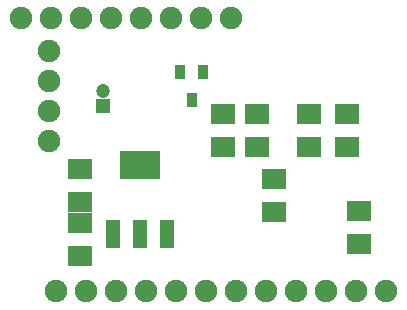
<source format=gbr>
G04 DipTrace 3.3.1.3*
G04 TopMask.gbr*
%MOMM*%
G04 #@! TF.FileFunction,Soldermask,Top*
G04 #@! TF.Part,Single*
%ADD34C,1.2*%
%ADD36R,1.2X1.2*%
%ADD38R,0.85X1.25*%
%ADD40C,1.9*%
%ADD44R,3.45X2.35*%
%ADD46R,1.15X2.35*%
%ADD48R,2.0X1.8*%
%FSLAX35Y35*%
G04*
G71*
G90*
G75*
G01*
G04 TopMask*
%LPD*%
D48*
X1264299Y1182163D3*
Y902163D3*
Y443467D3*
Y723467D3*
D46*
X1544590Y632310D3*
X1774590D3*
X2004590D3*
D44*
X1774590Y1212310D3*
D48*
X3527660Y1363740D3*
Y1643740D3*
X2475260Y1363740D3*
Y1643740D3*
X2762260Y1363740D3*
Y1643740D3*
X3631347Y542387D3*
Y822387D3*
X3203667Y1363740D3*
Y1643740D3*
D40*
X2289097Y2458967D3*
X1065603Y144460D3*
X1319603D3*
X1573603D3*
X1827603D3*
X2081603D3*
X2335603D3*
X2589603D3*
X2843603D3*
X3097603D3*
X3351603D3*
X3605603D3*
X3859603D3*
X2035097Y2458967D3*
X1781097D3*
X1527097D3*
X1273097D3*
X1019097D3*
X765097D3*
D38*
X2305503Y1998973D3*
X2115503D3*
X2210503Y1768973D3*
D48*
X2909917Y812453D3*
Y1092453D3*
D40*
X1005893Y1415100D3*
X1005870Y1669100D3*
Y1923100D3*
Y2177100D3*
D36*
X1460553Y1715337D3*
D34*
Y1842337D3*
D40*
X2543413Y2459000D3*
M02*

</source>
